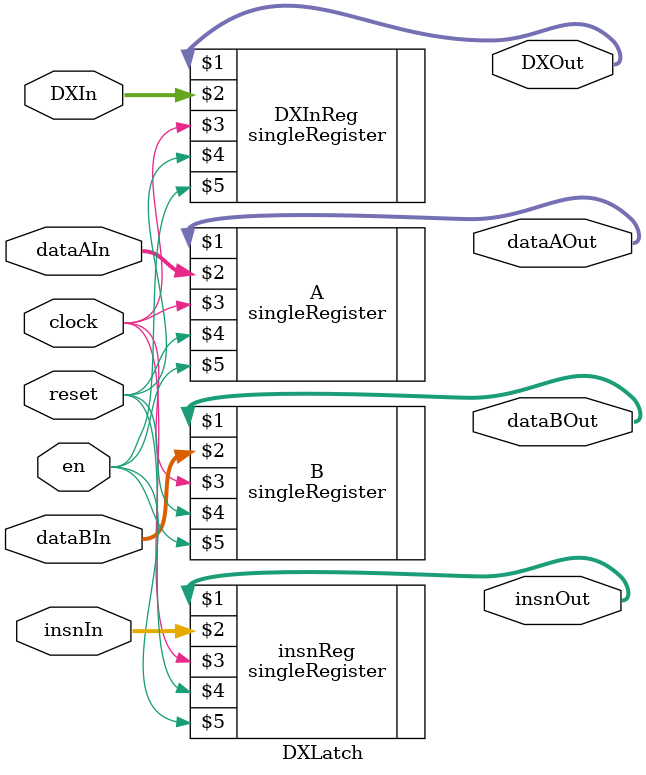
<source format=v>
module DXLatch(DXOut,insnOut,dataAOut,dataBOut,DXIn,insnIn,dataAIn,dataBIn,clock, reset, en);
    input[31:0] DXIn, insnIn, dataAIn, dataBIn;
    input clock, reset, en;

    output[31:0] DXOut, insnOut, dataAOut, dataBOut;

    //singleRegister(out,in,clock,clear,input_enable);
    singleRegister DXInReg(DXOut, DXIn,clock,reset,en);
    singleRegister insnReg(insnOut,insnIn,clock,reset,en);

    singleRegister A(dataAOut,dataAIn,clock,reset,en);
    singleRegister B(dataBOut,dataBIn,clock,reset,en);

endmodule
</source>
